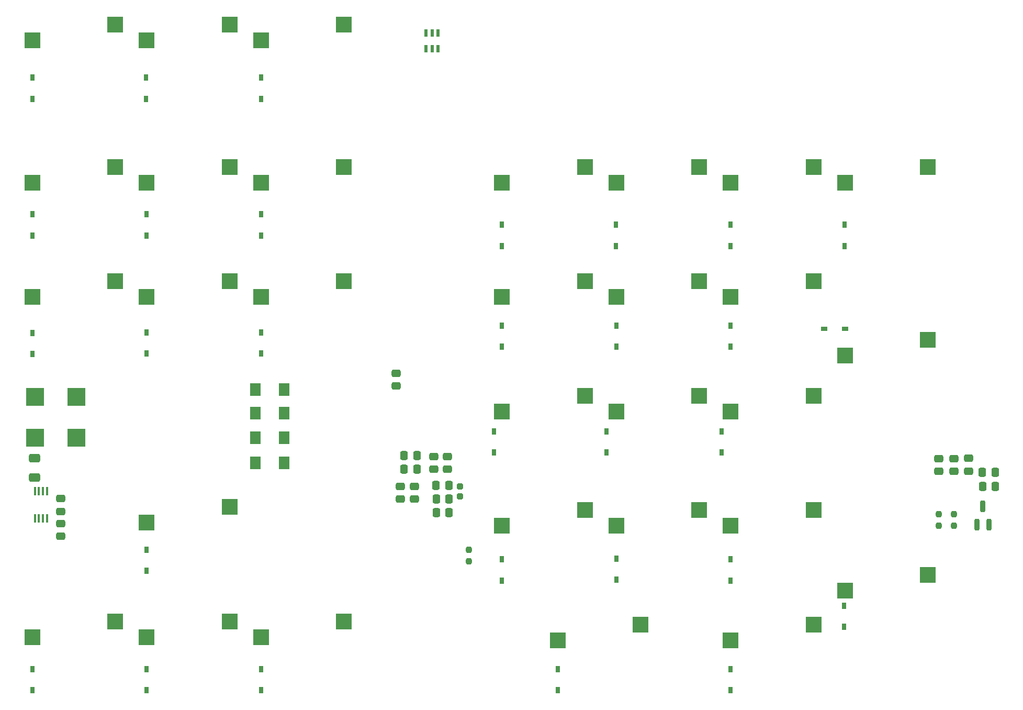
<source format=gbp>
G04 #@! TF.GenerationSoftware,KiCad,Pcbnew,8.0.3*
G04 #@! TF.CreationDate,2024-08-13T11:44:20+03:00*
G04 #@! TF.ProjectId,Keyboard_stm32,4b657962-6f61-4726-945f-73746d33322e,rev?*
G04 #@! TF.SameCoordinates,Original*
G04 #@! TF.FileFunction,Paste,Bot*
G04 #@! TF.FilePolarity,Positive*
%FSLAX46Y46*%
G04 Gerber Fmt 4.6, Leading zero omitted, Abs format (unit mm)*
G04 Created by KiCad (PCBNEW 8.0.3) date 2024-08-13 11:44:20*
%MOMM*%
%LPD*%
G01*
G04 APERTURE LIST*
G04 Aperture macros list*
%AMRoundRect*
0 Rectangle with rounded corners*
0 $1 Rounding radius*
0 $2 $3 $4 $5 $6 $7 $8 $9 X,Y pos of 4 corners*
0 Add a 4 corners polygon primitive as box body*
4,1,4,$2,$3,$4,$5,$6,$7,$8,$9,$2,$3,0*
0 Add four circle primitives for the rounded corners*
1,1,$1+$1,$2,$3*
1,1,$1+$1,$4,$5*
1,1,$1+$1,$6,$7*
1,1,$1+$1,$8,$9*
0 Add four rect primitives between the rounded corners*
20,1,$1+$1,$2,$3,$4,$5,0*
20,1,$1+$1,$4,$5,$6,$7,0*
20,1,$1+$1,$6,$7,$8,$9,0*
20,1,$1+$1,$8,$9,$2,$3,0*%
G04 Aperture macros list end*
%ADD10R,2.550000X2.500000*%
%ADD11R,0.740000X1.020000*%
%ADD12RoundRect,0.250000X0.475000X-0.337500X0.475000X0.337500X-0.475000X0.337500X-0.475000X-0.337500X0*%
%ADD13RoundRect,0.237500X-0.237500X0.250000X-0.237500X-0.250000X0.237500X-0.250000X0.237500X0.250000X0*%
%ADD14RoundRect,0.250000X-0.475000X0.337500X-0.475000X-0.337500X0.475000X-0.337500X0.475000X0.337500X0*%
%ADD15RoundRect,0.250000X0.337500X0.475000X-0.337500X0.475000X-0.337500X-0.475000X0.337500X-0.475000X0*%
%ADD16RoundRect,0.250000X0.650000X-0.412500X0.650000X0.412500X-0.650000X0.412500X-0.650000X-0.412500X0*%
%ADD17R,1.700000X2.100000*%
%ADD18RoundRect,0.200000X0.200000X-0.750000X0.200000X0.750000X-0.200000X0.750000X-0.200000X-0.750000X0*%
%ADD19R,1.020000X0.740000*%
%ADD20RoundRect,0.250000X-0.337500X-0.475000X0.337500X-0.475000X0.337500X0.475000X-0.337500X0.475000X0*%
%ADD21RoundRect,0.250000X-0.250000X0.250000X-0.250000X-0.250000X0.250000X-0.250000X0.250000X0.250000X0*%
%ADD22R,0.600000X1.200000*%
%ADD23R,0.450000X1.400000*%
%ADD24RoundRect,0.237500X0.237500X-0.250000X0.237500X0.250000X-0.237500X0.250000X-0.237500X-0.250000X0*%
%ADD25R,2.850000X2.850000*%
G04 APERTURE END LIST*
D10*
X201740000Y-61810000D03*
X215165000Y-59270000D03*
X164740000Y-98810000D03*
X178165000Y-96270000D03*
X70240000Y-38810000D03*
X83665000Y-36270000D03*
X70240000Y-135310000D03*
X83665000Y-132770000D03*
X183240000Y-135810000D03*
X196665000Y-133270000D03*
X146240000Y-80310000D03*
X159665000Y-77770000D03*
X88740000Y-135310000D03*
X102165000Y-132770000D03*
X70240000Y-61810000D03*
X83665000Y-59270000D03*
X201740000Y-127810000D03*
X215165000Y-125270000D03*
X88740000Y-80310000D03*
X102165000Y-77770000D03*
X88740000Y-61810000D03*
X102165000Y-59270000D03*
X164740000Y-80310000D03*
X178165000Y-77770000D03*
X155240000Y-135810000D03*
X168665000Y-133270000D03*
X146240000Y-117310000D03*
X159665000Y-114770000D03*
X88740000Y-38810000D03*
X102165000Y-36270000D03*
X183240000Y-80310000D03*
X196665000Y-77770000D03*
X183240000Y-61810000D03*
X196665000Y-59270000D03*
X164740000Y-117310000D03*
X178165000Y-114770000D03*
X107240000Y-38810000D03*
X120665000Y-36270000D03*
X183240000Y-117310000D03*
X196665000Y-114770000D03*
X146240000Y-98810000D03*
X159665000Y-96270000D03*
X107240000Y-135310000D03*
X120665000Y-132770000D03*
X201740000Y-89810000D03*
X215165000Y-87270000D03*
X164740000Y-61810000D03*
X178165000Y-59270000D03*
X146240000Y-61810000D03*
X159665000Y-59270000D03*
X107240000Y-80310000D03*
X120665000Y-77770000D03*
X88740000Y-116810000D03*
X102165000Y-114270000D03*
X183240000Y-98810000D03*
X196665000Y-96270000D03*
X107240000Y-61810000D03*
X120665000Y-59270000D03*
X70240000Y-80310000D03*
X83665000Y-77770000D03*
D11*
X88750000Y-70350000D03*
X88750000Y-66950000D03*
X183250000Y-88350000D03*
X183250000Y-84950000D03*
D12*
X132050000Y-112987500D03*
X132050000Y-110912500D03*
D13*
X216950000Y-115437500D03*
X216950000Y-117262500D03*
D11*
X144950000Y-105450000D03*
X144950000Y-102050000D03*
D14*
X74850000Y-116912500D03*
X74850000Y-118987500D03*
D11*
X107250000Y-143850000D03*
X107250000Y-140450000D03*
X183250000Y-143850000D03*
X183250000Y-140450000D03*
D15*
X137650000Y-110750000D03*
X135575000Y-110750000D03*
D16*
X70650000Y-109475000D03*
X70650000Y-106350000D03*
D11*
X201650000Y-72050000D03*
X201650000Y-68650000D03*
X70250000Y-70350000D03*
X70250000Y-66950000D03*
D17*
X106300000Y-95290000D03*
X111000000Y-95290000D03*
D11*
X70250000Y-143850000D03*
X70250000Y-140450000D03*
X181750000Y-105450000D03*
X181750000Y-102050000D03*
X88650000Y-48250000D03*
X88650000Y-44850000D03*
D18*
X225000000Y-117150000D03*
X223100000Y-117150000D03*
X224050000Y-114150000D03*
D14*
X74850000Y-112912500D03*
X74850000Y-114987500D03*
D11*
X70250000Y-89550000D03*
X70250000Y-86150000D03*
X183250000Y-126150000D03*
X183250000Y-122750000D03*
D13*
X219350000Y-115437500D03*
X219350000Y-117262500D03*
D11*
X107250000Y-89450000D03*
X107250000Y-86050000D03*
D12*
X129150000Y-94725000D03*
X129150000Y-92650000D03*
D11*
X107250000Y-70350000D03*
X107250000Y-66950000D03*
D14*
X137450000Y-106112500D03*
X137450000Y-108187500D03*
D19*
X198350000Y-85450000D03*
X201750000Y-85450000D03*
D20*
X130412500Y-105950000D03*
X132487500Y-105950000D03*
D15*
X226061250Y-110950000D03*
X223986250Y-110950000D03*
D11*
X146250000Y-88350000D03*
X146250000Y-84950000D03*
X164750000Y-126050000D03*
X164750000Y-122650000D03*
X88750000Y-143850000D03*
X88750000Y-140450000D03*
D15*
X226025000Y-108650000D03*
X223950000Y-108650000D03*
D21*
X139450000Y-110950000D03*
X139450000Y-112550000D03*
D11*
X163150000Y-105450000D03*
X163150000Y-102050000D03*
D22*
X133970000Y-37640000D03*
X134920000Y-37640000D03*
X135870000Y-37640000D03*
X135870000Y-40140000D03*
X134920000Y-40140000D03*
X133970000Y-40140000D03*
D14*
X216950000Y-106412500D03*
X216950000Y-108487500D03*
D11*
X88750000Y-89450000D03*
X88750000Y-86050000D03*
X107250000Y-48250000D03*
X107250000Y-44850000D03*
D15*
X137687500Y-113000000D03*
X135612500Y-113000000D03*
D11*
X146250000Y-72050000D03*
X146250000Y-68650000D03*
X164650000Y-72050000D03*
X164650000Y-68650000D03*
X164750000Y-88350000D03*
X164750000Y-84950000D03*
D14*
X135250000Y-106075000D03*
X135250000Y-108150000D03*
D17*
X106300000Y-107090000D03*
X111000000Y-107090000D03*
D11*
X201550000Y-133650000D03*
X201550000Y-130250000D03*
X146250000Y-126150000D03*
X146250000Y-122750000D03*
D12*
X129800000Y-112987500D03*
X129800000Y-110912500D03*
D17*
X106300000Y-103090000D03*
X111000000Y-103090000D03*
D20*
X130412500Y-108150000D03*
X132487500Y-108150000D03*
D23*
X72625000Y-116112500D03*
X71975000Y-116112500D03*
X71325000Y-116112500D03*
X70675000Y-116112500D03*
X70675000Y-111712500D03*
X71325000Y-111712500D03*
X71975000Y-111712500D03*
X72625000Y-111712500D03*
D14*
X219350000Y-106412500D03*
X219350000Y-108487500D03*
D15*
X137687500Y-115150000D03*
X135612500Y-115150000D03*
D24*
X140850000Y-123012500D03*
X140850000Y-121187500D03*
D11*
X88750000Y-124550000D03*
X88750000Y-121150000D03*
X183250000Y-72050000D03*
X183250000Y-68650000D03*
D14*
X221750000Y-106400000D03*
X221750000Y-108475000D03*
D17*
X106300000Y-99090000D03*
X111000000Y-99090000D03*
D11*
X70250000Y-48250000D03*
X70250000Y-44850000D03*
D25*
X77375000Y-103075000D03*
X77375000Y-96425000D03*
X70725000Y-103075000D03*
X70725000Y-96425000D03*
D11*
X155250000Y-143850000D03*
X155250000Y-140450000D03*
M02*

</source>
